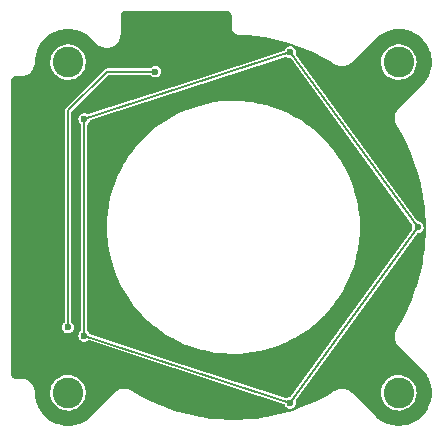
<source format=gbr>
%TF.GenerationSoftware,KiCad,Pcbnew,(6.0.7)*%
%TF.CreationDate,2022-10-21T23:46:11+08:00*%
%TF.ProjectId,pcb_middle,7063625f-6d69-4646-946c-652e6b696361,rev?*%
%TF.SameCoordinates,Original*%
%TF.FileFunction,Copper,L2,Bot*%
%TF.FilePolarity,Positive*%
%FSLAX46Y46*%
G04 Gerber Fmt 4.6, Leading zero omitted, Abs format (unit mm)*
G04 Created by KiCad (PCBNEW (6.0.7)) date 2022-10-21 23:46:11*
%MOMM*%
%LPD*%
G01*
G04 APERTURE LIST*
%TA.AperFunction,ComponentPad*%
%ADD10C,2.600000*%
%TD*%
%TA.AperFunction,ViaPad*%
%ADD11C,0.600000*%
%TD*%
%TA.AperFunction,Conductor*%
%ADD12C,0.130000*%
%TD*%
G04 APERTURE END LIST*
D10*
%TO.P,H1,1,1*%
%TO.N,GND*%
X14000000Y14000001D03*
%TD*%
%TO.P,H3,1,1*%
%TO.N,GND*%
X-14000000Y-14000001D03*
%TD*%
%TO.P,H4,1,1*%
%TO.N,GND*%
X-14000001Y14000000D03*
%TD*%
%TO.P,H2,1,1*%
%TO.N,GND*%
X14000001Y-14000000D03*
%TD*%
D11*
%TO.N,Net-(D1-Pad1)*%
X15600000Y0D03*
X-12620665Y9169450D03*
X-12620665Y-9169450D03*
X4820665Y14836482D03*
X4820665Y-14836482D03*
%TO.N,+5V*%
X-10816991Y7228609D03*
X-11200000Y-4150000D03*
X4502260Y-12206136D03*
X-17699998Y11999999D03*
X-17500000Y-12000000D03*
X3532182Y12521333D03*
X-11200000Y1650001D03*
X-15699999Y1400000D03*
X-8100000Y15100000D03*
X-15700000Y-4400000D03*
X-10217450Y-8053807D03*
X13000001Y510000D03*
%TO.N,/PUMP2_ON*%
X-14000000Y-8449998D03*
X-6599999Y13200000D03*
%TD*%
D12*
%TO.N,Net-(D1-Pad1)*%
X4820665Y14836482D02*
X15600000Y0D01*
X15600000Y0D02*
X4820665Y-14836482D01*
X4820665Y-14836482D02*
X-12620665Y-9169450D01*
X-12620665Y9169450D02*
X4820665Y14836482D01*
X-12620665Y-9169450D02*
X-12620665Y9169450D01*
%TO.N,/PUMP2_ON*%
X-10700001Y13200000D02*
X-6599999Y13200000D01*
X-14000000Y9900000D02*
X-10700001Y13200000D01*
X-14000000Y-8449998D02*
X-14000000Y9900000D01*
%TD*%
%TA.AperFunction,Conductor*%
%TO.N,+5V*%
G36*
X-465869Y18297910D02*
G01*
X-450362Y18294344D01*
X-443496Y18295898D01*
X-436460Y18295885D01*
X-436461Y18295157D01*
X-424954Y18295532D01*
X-367227Y18286388D01*
X-348634Y18280347D01*
X-282779Y18246792D01*
X-266960Y18235298D01*
X-214703Y18183041D01*
X-203210Y18167222D01*
X-169655Y18101369D01*
X-163611Y18082770D01*
X-154534Y18025456D01*
X-154919Y18014254D01*
X-154068Y18014253D01*
X-154080Y18007215D01*
X-155657Y18000357D01*
X-154104Y17993494D01*
X-154104Y17993493D01*
X-152042Y17984382D01*
X-150501Y17970588D01*
X-150500Y17021209D01*
X-152115Y17007095D01*
X-155655Y16991824D01*
X-155656Y16991106D01*
X-154872Y16987669D01*
X-154872Y16987668D01*
X-154464Y16985880D01*
X-153277Y16978838D01*
X-144623Y16900392D01*
X-137684Y16837485D01*
X-87653Y16691255D01*
X-6945Y16559451D01*
X100557Y16448412D01*
X103428Y16446524D01*
X103430Y16446522D01*
X163195Y16407213D01*
X229682Y16363482D01*
X374216Y16308746D01*
X513800Y16288758D01*
X521016Y16287286D01*
X523035Y16286748D01*
X523042Y16286747D01*
X526457Y16285838D01*
X526807Y16285826D01*
X526812Y16285825D01*
X526817Y16285826D01*
X527175Y16285814D01*
X540367Y16288377D01*
X555665Y16289432D01*
X1208031Y16254087D01*
X1234488Y16252654D01*
X1237201Y16252448D01*
X1940668Y16183526D01*
X1943370Y16183202D01*
X2643168Y16083730D01*
X2645852Y16083289D01*
X3340670Y15953453D01*
X3343333Y15952895D01*
X3754472Y15857380D01*
X4031851Y15792940D01*
X4034482Y15792267D01*
X4715338Y15602510D01*
X4717943Y15601723D01*
X5164200Y15456142D01*
X5373088Y15387997D01*
X5389941Y15382499D01*
X5392502Y15381601D01*
X6054309Y15133343D01*
X6056819Y15132339D01*
X6707204Y14855508D01*
X6709662Y14854399D01*
X7068711Y14682749D01*
X7347391Y14549521D01*
X7349820Y14548294D01*
X7973647Y14215964D01*
X7976020Y14214633D01*
X8181422Y14093450D01*
X8561156Y13869413D01*
X8573462Y13859905D01*
X8582651Y13850768D01*
X8583260Y13850389D01*
X8586607Y13849241D01*
X8587343Y13848891D01*
X8594229Y13845974D01*
X8702756Y13790705D01*
X8763426Y13759808D01*
X8765924Y13759026D01*
X8765928Y13759024D01*
X8892463Y13719396D01*
X8955778Y13699567D01*
X8996143Y13694044D01*
X9152884Y13672597D01*
X9152890Y13672597D01*
X9155482Y13672242D01*
X9240403Y13674922D01*
X9354330Y13678516D01*
X9354335Y13678517D01*
X9356946Y13678599D01*
X9359506Y13679115D01*
X9359511Y13679116D01*
X9484379Y13704306D01*
X9554531Y13718458D01*
X9742702Y13790705D01*
X9836148Y13845974D01*
X9913938Y13891983D01*
X9913940Y13891985D01*
X9916193Y13893317D01*
X9957385Y13928127D01*
X10060443Y14015220D01*
X10066818Y14019864D01*
X10067368Y14020300D01*
X10070375Y14022176D01*
X10070883Y14022683D01*
X10079475Y14036353D01*
X10079821Y14036787D01*
X12494806Y14036787D01*
X12497802Y13984832D01*
X12507790Y13811620D01*
X12509010Y13790456D01*
X12529368Y13700120D01*
X12545649Y13627878D01*
X12563255Y13549752D01*
X12564219Y13547377D01*
X12564220Y13547375D01*
X12605491Y13445737D01*
X12656084Y13321140D01*
X12657426Y13318950D01*
X12657427Y13318948D01*
X12674974Y13290314D01*
X12785006Y13110760D01*
X12786683Y13108824D01*
X12786686Y13108820D01*
X12937687Y12934500D01*
X12946557Y12924260D01*
X12948536Y12922617D01*
X13134422Y12768291D01*
X13134425Y12768289D01*
X13136399Y12766650D01*
X13138612Y12765357D01*
X13138616Y12765354D01*
X13306548Y12667223D01*
X13349433Y12642163D01*
X13351828Y12641248D01*
X13351831Y12641247D01*
X13504961Y12582773D01*
X13579939Y12554142D01*
X13582450Y12553631D01*
X13582454Y12553630D01*
X13819213Y12505460D01*
X13819216Y12505460D01*
X13821726Y12504949D01*
X13824286Y12504855D01*
X13824287Y12504855D01*
X14065730Y12496002D01*
X14065733Y12496002D01*
X14068300Y12495908D01*
X14097441Y12499641D01*
X14310492Y12526933D01*
X14310498Y12526934D01*
X14313041Y12527260D01*
X14400934Y12553629D01*
X14546922Y12597427D01*
X14546926Y12597429D01*
X14549374Y12598163D01*
X14551670Y12599288D01*
X14551673Y12599289D01*
X14690343Y12667223D01*
X14770954Y12706714D01*
X14895381Y12795467D01*
X14969742Y12848508D01*
X14969745Y12848510D01*
X14971829Y12849997D01*
X15146605Y13024164D01*
X15148908Y13027368D01*
X15264078Y13187646D01*
X15290588Y13224538D01*
X15323097Y13290314D01*
X15350605Y13345973D01*
X15399911Y13445737D01*
X15471639Y13681821D01*
X15503845Y13926451D01*
X15505643Y14000001D01*
X15485425Y14245912D01*
X15468378Y14313779D01*
X15425941Y14482731D01*
X15425940Y14482735D01*
X15425316Y14485218D01*
X15326928Y14711494D01*
X15192905Y14918662D01*
X15026846Y15101159D01*
X15024833Y15102749D01*
X15024832Y15102750D01*
X14835224Y15252493D01*
X14835220Y15252496D01*
X14833210Y15254083D01*
X14810605Y15266562D01*
X14619446Y15372087D01*
X14617198Y15373328D01*
X14384610Y15455692D01*
X14382087Y15456141D01*
X14382081Y15456143D01*
X14254661Y15478840D01*
X14141694Y15498962D01*
X14005852Y15500621D01*
X13897540Y15501945D01*
X13897535Y15501945D01*
X13894972Y15501976D01*
X13892437Y15501588D01*
X13892436Y15501588D01*
X13872321Y15498510D01*
X13651070Y15464654D01*
X13648630Y15463856D01*
X13648628Y15463856D01*
X13418984Y15388797D01*
X13418982Y15388796D01*
X13416540Y15387998D01*
X13414263Y15386813D01*
X13414259Y15386811D01*
X13199958Y15275253D01*
X13199952Y15275249D01*
X13197679Y15274066D01*
X13000364Y15125918D01*
X12998595Y15124066D01*
X12998593Y15124065D01*
X12984111Y15108910D01*
X12829896Y14947533D01*
X12828450Y14945413D01*
X12828449Y14945412D01*
X12692301Y14745827D01*
X12692300Y14745825D01*
X12690851Y14743701D01*
X12689768Y14741369D01*
X12689768Y14741368D01*
X12674806Y14709135D01*
X12586965Y14519897D01*
X12586278Y14517419D01*
X12528760Y14310016D01*
X12521026Y14282130D01*
X12520754Y14279586D01*
X12520753Y14279580D01*
X12495928Y14047288D01*
X12494806Y14036787D01*
X10079821Y14036787D01*
X10088197Y14047288D01*
X11999327Y15958418D01*
X12010355Y15967198D01*
X12017878Y15971908D01*
X12023847Y15975645D01*
X12029091Y15983956D01*
X12040397Y15997292D01*
X12260934Y16193553D01*
X12266636Y16198061D01*
X12399306Y16290957D01*
X12527344Y16380610D01*
X12533526Y16384424D01*
X12573794Y16406136D01*
X12716621Y16483148D01*
X12813684Y16535484D01*
X12820272Y16538555D01*
X13116050Y16656060D01*
X13122949Y16658346D01*
X13430374Y16740720D01*
X13437492Y16742190D01*
X13631447Y16770600D01*
X13752405Y16788318D01*
X13759638Y16788952D01*
X13910194Y16793333D01*
X14077790Y16798209D01*
X14085055Y16797997D01*
X14189653Y16788846D01*
X14402112Y16770258D01*
X14409293Y16769207D01*
X14599664Y16729898D01*
X14720999Y16704844D01*
X14728019Y16702963D01*
X15030139Y16602851D01*
X15036893Y16600167D01*
X15325342Y16465662D01*
X15331737Y16462215D01*
X15422654Y16406136D01*
X15602628Y16295126D01*
X15608582Y16290957D01*
X15858243Y16093551D01*
X15863672Y16088719D01*
X16088719Y15863672D01*
X16093551Y15858243D01*
X16290957Y15608582D01*
X16295126Y15602628D01*
X16379991Y15465042D01*
X16459231Y15336575D01*
X16462213Y15331740D01*
X16465662Y15325342D01*
X16600167Y15036893D01*
X16602851Y15030139D01*
X16702963Y14728019D01*
X16704844Y14720999D01*
X16763921Y14434895D01*
X16769206Y14409298D01*
X16770258Y14402112D01*
X16782680Y14260130D01*
X16797997Y14085055D01*
X16798209Y14077790D01*
X16795925Y13999282D01*
X16789829Y13789767D01*
X16788952Y13759642D01*
X16788318Y13752402D01*
X16742190Y13437492D01*
X16740720Y13430374D01*
X16658346Y13122949D01*
X16656060Y13116050D01*
X16538555Y12820272D01*
X16535484Y12813684D01*
X16473864Y12699402D01*
X16395540Y12554141D01*
X16384424Y12533526D01*
X16380610Y12527344D01*
X16345637Y12477397D01*
X16198061Y12266636D01*
X16193553Y12260934D01*
X15997595Y12040737D01*
X15984072Y12029312D01*
X15976153Y12024355D01*
X15967410Y12010498D01*
X15958750Y11999660D01*
X14047617Y10088526D01*
X14036496Y10079688D01*
X14026201Y10073268D01*
X14026198Y10073266D01*
X14023192Y10071391D01*
X14022684Y10070884D01*
X14020809Y10067900D01*
X14020268Y10067223D01*
X14015907Y10061259D01*
X13895009Y9918202D01*
X13895002Y9918193D01*
X13893315Y9916196D01*
X13891983Y9913943D01*
X13891981Y9913941D01*
X13829518Y9808332D01*
X13790702Y9742704D01*
X13789764Y9740261D01*
X13723443Y9567525D01*
X13718454Y9554532D01*
X13678594Y9356947D01*
X13672237Y9155481D01*
X13699563Y8955776D01*
X13700345Y8953279D01*
X13755217Y8778075D01*
X13759805Y8763424D01*
X13760993Y8761092D01*
X13760993Y8761091D01*
X13845512Y8595129D01*
X13848597Y8587812D01*
X13848884Y8587201D01*
X13850014Y8583870D01*
X13850200Y8583568D01*
X13850201Y8583566D01*
X13850203Y8583564D01*
X13850391Y8583259D01*
X13852879Y8580739D01*
X13852884Y8580733D01*
X13859640Y8573891D01*
X13869070Y8561611D01*
X14251944Y7909149D01*
X14253397Y7906529D01*
X14616765Y7212675D01*
X14618099Y7209972D01*
X14947581Y6499410D01*
X14948783Y6496645D01*
X15243619Y5771013D01*
X15244683Y5768201D01*
X15489253Y5071716D01*
X15504182Y5029200D01*
X15505108Y5026345D01*
X15715696Y4319247D01*
X15728668Y4275690D01*
X15729456Y4272793D01*
X15872576Y3691011D01*
X15916563Y3512203D01*
X15917212Y3509259D01*
X16067413Y2740575D01*
X16067920Y2737603D01*
X16180884Y1962534D01*
X16181245Y1959552D01*
X16191069Y1858049D01*
X16256697Y1179963D01*
X16256914Y1176968D01*
X16289561Y500768D01*
X16294685Y394637D01*
X16294758Y391623D01*
X16294758Y-391624D01*
X16294685Y-394638D01*
X16281240Y-673129D01*
X16256915Y-1176957D01*
X16256698Y-1179953D01*
X16183773Y-1933435D01*
X16181246Y-1959541D01*
X16180884Y-1962534D01*
X16067919Y-2737604D01*
X16067412Y-2740576D01*
X16014516Y-3011282D01*
X15931128Y-3438044D01*
X15917212Y-3509260D01*
X15916567Y-3512187D01*
X15853981Y-3766600D01*
X15729459Y-4272781D01*
X15728671Y-4275677D01*
X15535057Y-4925786D01*
X15505112Y-5026333D01*
X15504186Y-5029189D01*
X15244686Y-5768194D01*
X15243622Y-5771007D01*
X15107750Y-6105406D01*
X14948783Y-6496645D01*
X14947581Y-6499410D01*
X14618099Y-7209972D01*
X14616765Y-7212675D01*
X14253396Y-7906530D01*
X14251943Y-7909150D01*
X13925923Y-8464727D01*
X13869303Y-8561214D01*
X13859719Y-8573650D01*
X13853265Y-8580140D01*
X13853262Y-8580144D01*
X13850766Y-8582654D01*
X13850387Y-8583264D01*
X13849242Y-8586602D01*
X13848858Y-8587411D01*
X13845993Y-8594171D01*
X13759802Y-8763426D01*
X13699563Y-8955778D01*
X13672241Y-9155482D01*
X13678598Y-9356946D01*
X13718459Y-9554530D01*
X13719398Y-9556975D01*
X13719398Y-9556976D01*
X13769136Y-9686521D01*
X13790706Y-9742701D01*
X13792038Y-9744953D01*
X13882333Y-9897620D01*
X13893317Y-9916192D01*
X13895009Y-9918194D01*
X13895011Y-9918197D01*
X14015216Y-10060439D01*
X14019859Y-10066811D01*
X14020299Y-10067365D01*
X14022175Y-10070374D01*
X14022682Y-10070882D01*
X14025661Y-10072754D01*
X14025663Y-10072756D01*
X14036354Y-10079476D01*
X14047289Y-10088198D01*
X15958418Y-11999327D01*
X15967198Y-12010355D01*
X15975645Y-12023847D01*
X15983956Y-12029091D01*
X15997292Y-12040397D01*
X16193553Y-12260934D01*
X16198061Y-12266636D01*
X16379290Y-12525458D01*
X16380608Y-12527341D01*
X16384423Y-12533524D01*
X16410978Y-12582773D01*
X16535484Y-12813684D01*
X16538555Y-12820272D01*
X16656060Y-13116050D01*
X16658346Y-13122949D01*
X16740720Y-13430374D01*
X16742190Y-13437492D01*
X16744839Y-13455574D01*
X16783634Y-13720422D01*
X16788318Y-13752402D01*
X16788952Y-13759638D01*
X16792803Y-13891982D01*
X16798209Y-14077790D01*
X16797997Y-14085055D01*
X16787808Y-14201517D01*
X16776030Y-14336148D01*
X16770259Y-14402106D01*
X16769207Y-14409293D01*
X16731703Y-14590921D01*
X16704844Y-14720999D01*
X16702963Y-14728019D01*
X16602851Y-15030139D01*
X16600167Y-15036893D01*
X16465662Y-15325342D01*
X16462215Y-15331737D01*
X16458919Y-15337080D01*
X16295126Y-15602628D01*
X16290957Y-15608582D01*
X16093551Y-15858243D01*
X16088719Y-15863672D01*
X15863672Y-16088719D01*
X15858243Y-16093551D01*
X15608582Y-16290957D01*
X15602628Y-16295126D01*
X15331740Y-16462213D01*
X15325342Y-16465662D01*
X15036893Y-16600167D01*
X15030139Y-16602851D01*
X14728019Y-16702963D01*
X14720999Y-16704844D01*
X14720452Y-16704957D01*
X14409293Y-16769207D01*
X14402112Y-16770258D01*
X14219047Y-16786274D01*
X14085055Y-16797997D01*
X14077790Y-16798209D01*
X13910194Y-16793333D01*
X13759638Y-16788952D01*
X13752405Y-16788318D01*
X13621927Y-16769206D01*
X13437492Y-16742190D01*
X13430374Y-16740720D01*
X13122949Y-16658346D01*
X13116050Y-16656060D01*
X12820272Y-16538555D01*
X12813684Y-16535484D01*
X12673605Y-16459954D01*
X12533524Y-16384423D01*
X12527341Y-16380608D01*
X12402531Y-16293215D01*
X12350690Y-16256916D01*
X12266636Y-16198061D01*
X12260934Y-16193553D01*
X12118015Y-16066366D01*
X12040736Y-15997594D01*
X12029312Y-15984071D01*
X12028091Y-15982121D01*
X12024355Y-15976153D01*
X12010498Y-15967410D01*
X11999660Y-15958750D01*
X10088526Y-14047617D01*
X10079688Y-14036497D01*
X10073266Y-14026199D01*
X10073264Y-14026197D01*
X10071389Y-14023190D01*
X10070882Y-14022682D01*
X10067905Y-14020811D01*
X10067200Y-14020248D01*
X10061272Y-14015914D01*
X10047365Y-14004161D01*
X9998911Y-13963214D01*
X12494807Y-13963214D01*
X12499655Y-14047291D01*
X12508527Y-14201146D01*
X12509011Y-14209545D01*
X12509575Y-14212047D01*
X12559908Y-14435391D01*
X12563256Y-14450249D01*
X12564220Y-14452624D01*
X12564221Y-14452626D01*
X12604495Y-14551808D01*
X12656085Y-14678861D01*
X12657427Y-14681051D01*
X12657428Y-14681053D01*
X12665708Y-14694564D01*
X12785007Y-14889241D01*
X12786684Y-14891177D01*
X12786687Y-14891181D01*
X12872473Y-14990215D01*
X12946558Y-15075741D01*
X12948537Y-15077384D01*
X13134423Y-15231710D01*
X13134426Y-15231712D01*
X13136400Y-15233351D01*
X13138613Y-15234644D01*
X13138617Y-15234647D01*
X13347216Y-15356542D01*
X13349434Y-15357838D01*
X13351829Y-15358753D01*
X13351832Y-15358754D01*
X13538026Y-15429854D01*
X13579940Y-15445859D01*
X13582451Y-15446370D01*
X13582455Y-15446371D01*
X13819214Y-15494541D01*
X13819217Y-15494541D01*
X13821727Y-15495052D01*
X13824287Y-15495146D01*
X13824288Y-15495146D01*
X14065731Y-15503999D01*
X14065734Y-15503999D01*
X14068301Y-15504093D01*
X14070854Y-15503766D01*
X14310493Y-15473068D01*
X14310499Y-15473067D01*
X14313042Y-15472741D01*
X14400935Y-15446372D01*
X14546923Y-15402574D01*
X14546927Y-15402572D01*
X14549375Y-15401838D01*
X14551671Y-15400713D01*
X14551674Y-15400712D01*
X14698784Y-15328643D01*
X14770955Y-15293287D01*
X14887684Y-15210025D01*
X14969743Y-15151493D01*
X14969746Y-15151491D01*
X14971830Y-15150004D01*
X15146606Y-14975837D01*
X15164277Y-14951246D01*
X15248458Y-14834095D01*
X15290589Y-14775463D01*
X15337137Y-14681281D01*
X15353182Y-14648816D01*
X15399912Y-14554264D01*
X15471640Y-14318180D01*
X15474087Y-14299597D01*
X15495150Y-14139600D01*
X15503846Y-14073550D01*
X15505644Y-14000000D01*
X15485426Y-13754089D01*
X15466594Y-13679114D01*
X15425942Y-13517270D01*
X15425941Y-13517266D01*
X15425317Y-13514783D01*
X15326929Y-13288507D01*
X15192906Y-13081339D01*
X15026847Y-12898842D01*
X15024834Y-12897252D01*
X15024833Y-12897251D01*
X14835225Y-12747508D01*
X14835221Y-12747505D01*
X14833211Y-12745918D01*
X14813979Y-12735301D01*
X14619447Y-12627914D01*
X14617199Y-12626673D01*
X14384611Y-12544309D01*
X14382088Y-12543860D01*
X14382082Y-12543858D01*
X14254662Y-12521161D01*
X14141695Y-12501039D01*
X14005853Y-12499380D01*
X13897541Y-12498056D01*
X13897536Y-12498056D01*
X13894973Y-12498025D01*
X13892438Y-12498413D01*
X13892437Y-12498413D01*
X13872322Y-12501491D01*
X13651071Y-12535347D01*
X13648631Y-12536145D01*
X13648629Y-12536145D01*
X13418985Y-12611204D01*
X13418983Y-12611205D01*
X13416541Y-12612003D01*
X13414264Y-12613188D01*
X13414260Y-12613190D01*
X13199959Y-12724748D01*
X13199953Y-12724752D01*
X13197680Y-12725935D01*
X13000365Y-12874083D01*
X12829897Y-13052468D01*
X12828451Y-13054588D01*
X12828450Y-13054589D01*
X12692302Y-13254174D01*
X12692301Y-13254176D01*
X12690852Y-13256300D01*
X12689769Y-13258632D01*
X12689769Y-13258633D01*
X12674807Y-13290866D01*
X12586966Y-13480104D01*
X12586279Y-13482582D01*
X12526104Y-13699565D01*
X12521027Y-13717871D01*
X12520755Y-13720415D01*
X12520754Y-13720421D01*
X12495079Y-13960666D01*
X12494807Y-13963214D01*
X9998911Y-13963214D01*
X9939734Y-13913205D01*
X9918199Y-13895006D01*
X9918195Y-13895003D01*
X9916195Y-13893313D01*
X9742703Y-13790702D01*
X9652339Y-13756008D01*
X9556977Y-13719395D01*
X9556976Y-13719395D01*
X9554531Y-13718456D01*
X9356946Y-13678596D01*
X9155482Y-13672240D01*
X9152890Y-13672595D01*
X9152884Y-13672595D01*
X9024545Y-13690156D01*
X8955778Y-13699565D01*
X8953281Y-13700347D01*
X8765927Y-13759022D01*
X8765923Y-13759024D01*
X8763425Y-13759806D01*
X8761093Y-13760993D01*
X8761087Y-13760996D01*
X8595133Y-13845509D01*
X8587900Y-13848559D01*
X8587246Y-13848868D01*
X8583872Y-13850012D01*
X8583567Y-13850201D01*
X8583566Y-13850201D01*
X8583565Y-13850202D01*
X8583261Y-13850390D01*
X8580754Y-13852866D01*
X8580752Y-13852867D01*
X8573895Y-13859637D01*
X8561615Y-13869067D01*
X7909149Y-14251943D01*
X7906547Y-14253387D01*
X7559010Y-14435391D01*
X7212676Y-14616765D01*
X7209972Y-14618099D01*
X6499410Y-14947581D01*
X6496645Y-14948783D01*
X6180141Y-15077384D01*
X5793097Y-15234647D01*
X5771013Y-15243620D01*
X5768201Y-15244684D01*
X5029188Y-15504187D01*
X5026345Y-15505109D01*
X4275677Y-15728671D01*
X4272793Y-15729456D01*
X3512186Y-15916567D01*
X3509276Y-15917208D01*
X3166844Y-15984120D01*
X2740575Y-16067413D01*
X2737603Y-16067920D01*
X2258186Y-16137794D01*
X1962523Y-16180885D01*
X1959552Y-16181245D01*
X1179952Y-16256699D01*
X1176968Y-16256915D01*
X425086Y-16293215D01*
X394638Y-16294685D01*
X391624Y-16294758D01*
X-391624Y-16294758D01*
X-394638Y-16294685D01*
X-396721Y-16294584D01*
X-1176969Y-16256914D01*
X-1179953Y-16256698D01*
X-1959552Y-16181245D01*
X-1962523Y-16180885D01*
X-2258677Y-16137722D01*
X-2737603Y-16067919D01*
X-2740575Y-16067412D01*
X-3128891Y-15991535D01*
X-3509276Y-15917207D01*
X-3512186Y-15916566D01*
X-4272793Y-15729455D01*
X-4275686Y-15728668D01*
X-5026345Y-15505108D01*
X-5029188Y-15504186D01*
X-5768201Y-15244683D01*
X-5771013Y-15243619D01*
X-5793091Y-15234648D01*
X-6184180Y-15075742D01*
X-6496645Y-14948782D01*
X-6499410Y-14947580D01*
X-7209972Y-14618098D01*
X-7212676Y-14616764D01*
X-7526098Y-14452626D01*
X-7906547Y-14253386D01*
X-7909149Y-14251942D01*
X-8561218Y-13869299D01*
X-8573654Y-13859715D01*
X-8580144Y-13853261D01*
X-8580148Y-13853258D01*
X-8582652Y-13850768D01*
X-8582954Y-13850580D01*
X-8582956Y-13850578D01*
X-8582959Y-13850577D01*
X-8583261Y-13850389D01*
X-8588797Y-13848490D01*
X-8589555Y-13847953D01*
X-8594188Y-13845990D01*
X-8763425Y-13759805D01*
X-8955778Y-13699564D01*
X-8958375Y-13699209D01*
X-8958378Y-13699208D01*
X-9022225Y-13690472D01*
X-9155482Y-13672240D01*
X-9356946Y-13678597D01*
X-9554531Y-13718457D01*
X-9556974Y-13719395D01*
X-9556977Y-13719396D01*
X-9559649Y-13720422D01*
X-9742703Y-13790705D01*
X-9744956Y-13792037D01*
X-9744955Y-13792037D01*
X-9875196Y-13869068D01*
X-9916194Y-13893316D01*
X-9918190Y-13895003D01*
X-9918193Y-13895005D01*
X-10001932Y-13965773D01*
X-10041583Y-13999282D01*
X-10060444Y-14015221D01*
X-10066806Y-14019855D01*
X-10067366Y-14020299D01*
X-10070375Y-14022176D01*
X-10070883Y-14022683D01*
X-10072758Y-14025665D01*
X-10072758Y-14025666D01*
X-10079477Y-14036356D01*
X-10088199Y-14047291D01*
X-11999330Y-15958420D01*
X-12010352Y-15967196D01*
X-12023847Y-15975645D01*
X-12027604Y-15981600D01*
X-12027605Y-15981601D01*
X-12029194Y-15984120D01*
X-12040406Y-15997374D01*
X-12251925Y-16186399D01*
X-12257405Y-16190769D01*
X-12507722Y-16368378D01*
X-12513657Y-16372106D01*
X-12782269Y-16520563D01*
X-12788584Y-16523604D01*
X-13072144Y-16641059D01*
X-13078753Y-16643372D01*
X-13194547Y-16676731D01*
X-13373677Y-16728338D01*
X-13380510Y-16729898D01*
X-13527831Y-16754929D01*
X-13683100Y-16781310D01*
X-13690052Y-16782093D01*
X-13874949Y-16792477D01*
X-13996496Y-16799303D01*
X-14003504Y-16799303D01*
X-14125125Y-16792473D01*
X-14309949Y-16782093D01*
X-14316901Y-16781310D01*
X-14472170Y-16754929D01*
X-14619491Y-16729898D01*
X-14626324Y-16728338D01*
X-14804677Y-16676956D01*
X-14921247Y-16643373D01*
X-14927854Y-16641061D01*
X-15211417Y-16523605D01*
X-15217732Y-16520564D01*
X-15486350Y-16372104D01*
X-15492273Y-16368384D01*
X-15742606Y-16190762D01*
X-15748071Y-16186404D01*
X-15748076Y-16186399D01*
X-15976931Y-15981882D01*
X-15981884Y-15976929D01*
X-15993717Y-15963687D01*
X-16105626Y-15838461D01*
X-16186399Y-15748076D01*
X-16190769Y-15742596D01*
X-16368378Y-15492279D01*
X-16372106Y-15486344D01*
X-16520563Y-15217732D01*
X-16523604Y-15211418D01*
X-16549042Y-15150005D01*
X-16641060Y-14927854D01*
X-16643373Y-14921243D01*
X-16652033Y-14891181D01*
X-16677042Y-14804373D01*
X-16728337Y-14626323D01*
X-16729897Y-14619490D01*
X-16771454Y-14374910D01*
X-16781310Y-14316901D01*
X-16782094Y-14309943D01*
X-16782662Y-14299816D01*
X-16794251Y-14093448D01*
X-16797960Y-14027396D01*
X-16796445Y-14009782D01*
X-16794344Y-14000718D01*
X-16794343Y-14000000D01*
X-16795533Y-13994784D01*
X-16796906Y-13985786D01*
X-16798682Y-13963215D01*
X-15505194Y-13963215D01*
X-15498928Y-14071874D01*
X-15491474Y-14201146D01*
X-15490990Y-14209546D01*
X-15490294Y-14212634D01*
X-15446776Y-14405737D01*
X-15436745Y-14450250D01*
X-15343916Y-14678862D01*
X-15342574Y-14681052D01*
X-15342573Y-14681054D01*
X-15318094Y-14720999D01*
X-15214994Y-14889242D01*
X-15213317Y-14891178D01*
X-15213314Y-14891182D01*
X-15087095Y-15036893D01*
X-15053443Y-15075742D01*
X-15051465Y-15077384D01*
X-15051464Y-15077385D01*
X-14873026Y-15225527D01*
X-14863601Y-15233352D01*
X-14861388Y-15234645D01*
X-14861384Y-15234648D01*
X-14684086Y-15338252D01*
X-14650567Y-15357839D01*
X-14648172Y-15358754D01*
X-14648169Y-15358755D01*
X-14533417Y-15402574D01*
X-14420061Y-15445860D01*
X-14417550Y-15446371D01*
X-14417546Y-15446372D01*
X-14180787Y-15494542D01*
X-14180784Y-15494542D01*
X-14178274Y-15495053D01*
X-14175714Y-15495147D01*
X-14175713Y-15495147D01*
X-13934270Y-15504000D01*
X-13934267Y-15504000D01*
X-13931700Y-15504094D01*
X-13929147Y-15503767D01*
X-13689508Y-15473069D01*
X-13689502Y-15473068D01*
X-13686959Y-15472742D01*
X-13684496Y-15472003D01*
X-13453078Y-15402575D01*
X-13453074Y-15402573D01*
X-13450626Y-15401839D01*
X-13448330Y-15400714D01*
X-13448327Y-15400713D01*
X-13320829Y-15338252D01*
X-13229046Y-15293288D01*
X-13028171Y-15150005D01*
X-12853395Y-14975838D01*
X-12835724Y-14951247D01*
X-12710912Y-14777551D01*
X-12710911Y-14777550D01*
X-12709412Y-14775464D01*
X-12600089Y-14554265D01*
X-12528361Y-14318181D01*
X-12496155Y-14073551D01*
X-12494357Y-14000001D01*
X-12514575Y-13754090D01*
X-12529657Y-13694045D01*
X-12574059Y-13517271D01*
X-12574060Y-13517267D01*
X-12574684Y-13514784D01*
X-12673072Y-13288508D01*
X-12807095Y-13081340D01*
X-12883179Y-12997725D01*
X-12971425Y-12900743D01*
X-12971426Y-12900742D01*
X-12973154Y-12898843D01*
X-12975165Y-12897255D01*
X-12975168Y-12897252D01*
X-13164776Y-12747509D01*
X-13164780Y-12747506D01*
X-13166790Y-12745919D01*
X-13280691Y-12683042D01*
X-13380554Y-12627915D01*
X-13380556Y-12627914D01*
X-13382802Y-12626674D01*
X-13615390Y-12544310D01*
X-13617913Y-12543861D01*
X-13617919Y-12543859D01*
X-13745339Y-12521162D01*
X-13858306Y-12501040D01*
X-13994148Y-12499381D01*
X-14102460Y-12498057D01*
X-14102465Y-12498057D01*
X-14105028Y-12498026D01*
X-14107563Y-12498414D01*
X-14107564Y-12498414D01*
X-14124516Y-12501008D01*
X-14348930Y-12535348D01*
X-14351368Y-12536145D01*
X-14351372Y-12536146D01*
X-14581016Y-12611205D01*
X-14581018Y-12611206D01*
X-14583460Y-12612004D01*
X-14585737Y-12613189D01*
X-14585741Y-12613191D01*
X-14800042Y-12724749D01*
X-14800048Y-12724753D01*
X-14802321Y-12725936D01*
X-14999636Y-12874084D01*
X-15170104Y-13052469D01*
X-15171550Y-13054589D01*
X-15171551Y-13054590D01*
X-15281563Y-13215862D01*
X-15309149Y-13256301D01*
X-15310232Y-13258633D01*
X-15310232Y-13258634D01*
X-15325804Y-13292182D01*
X-15413035Y-13480105D01*
X-15413722Y-13482582D01*
X-15413722Y-13482583D01*
X-15478288Y-13715400D01*
X-15478974Y-13717872D01*
X-15479246Y-13720416D01*
X-15479247Y-13720422D01*
X-15504922Y-13960666D01*
X-15505194Y-13963215D01*
X-16798682Y-13963215D01*
X-16802618Y-13913205D01*
X-16810613Y-13811620D01*
X-16854726Y-13627878D01*
X-16879819Y-13567298D01*
X-16926096Y-13455574D01*
X-16926100Y-13455567D01*
X-16927039Y-13453299D01*
X-16936725Y-13437492D01*
X-17024487Y-13294279D01*
X-17025772Y-13292182D01*
X-17148493Y-13148493D01*
X-17292182Y-13025772D01*
X-17453299Y-12927039D01*
X-17455567Y-12926100D01*
X-17455574Y-12926096D01*
X-17625604Y-12855668D01*
X-17625603Y-12855668D01*
X-17627878Y-12854726D01*
X-17811620Y-12810614D01*
X-17877703Y-12805413D01*
X-17984832Y-12796981D01*
X-17994035Y-12795561D01*
X-17995833Y-12795144D01*
X-17995836Y-12795144D01*
X-17999282Y-12794345D01*
X-18000000Y-12794344D01*
X-18015742Y-12797935D01*
X-18029642Y-12799500D01*
X-18470127Y-12799500D01*
X-18484133Y-12797910D01*
X-18486436Y-12797381D01*
X-18499641Y-12794344D01*
X-18506507Y-12795898D01*
X-18513543Y-12795885D01*
X-18513542Y-12795156D01*
X-18525049Y-12795532D01*
X-18582776Y-12786389D01*
X-18601368Y-12780348D01*
X-18667221Y-12746794D01*
X-18683040Y-12735301D01*
X-18735300Y-12683042D01*
X-18746794Y-12667222D01*
X-18748908Y-12663074D01*
X-18780348Y-12601369D01*
X-18786390Y-12582773D01*
X-18795467Y-12525458D01*
X-18795082Y-12514256D01*
X-18795933Y-12514255D01*
X-18795921Y-12507217D01*
X-18794344Y-12500359D01*
X-18797959Y-12484383D01*
X-18799500Y-12470589D01*
X-18799500Y-9163273D01*
X-13126274Y-9163273D01*
X-13107685Y-9305429D01*
X-13105892Y-9309504D01*
X-13066658Y-9398669D01*
X-13049945Y-9436653D01*
X-13047081Y-9440060D01*
X-12960558Y-9542993D01*
X-12960555Y-9542996D01*
X-12957695Y-9546398D01*
X-12838352Y-9625840D01*
X-12834101Y-9627168D01*
X-12705760Y-9667264D01*
X-12705757Y-9667264D01*
X-12701508Y-9668592D01*
X-12697056Y-9668674D01*
X-12697054Y-9668674D01*
X-12626023Y-9669976D01*
X-12558166Y-9671220D01*
X-12419848Y-9633510D01*
X-12416060Y-9631184D01*
X-12416055Y-9631182D01*
X-12316998Y-9570361D01*
X-12269759Y-9562837D01*
X-12264982Y-9564182D01*
X2164791Y-14252699D01*
X3780120Y-14777551D01*
X4299294Y-14946241D01*
X4337187Y-14980510D01*
X4379813Y-15077385D01*
X4391385Y-15103685D01*
X4394249Y-15107092D01*
X4480772Y-15210025D01*
X4480775Y-15210028D01*
X4483635Y-15213430D01*
X4602978Y-15292872D01*
X4607229Y-15294200D01*
X4735570Y-15334296D01*
X4735573Y-15334296D01*
X4739822Y-15335624D01*
X4744274Y-15335706D01*
X4744276Y-15335706D01*
X4815307Y-15337008D01*
X4883164Y-15338252D01*
X5021482Y-15300542D01*
X5143656Y-15225527D01*
X5239865Y-15119236D01*
X5302375Y-14990215D01*
X5304490Y-14977647D01*
X5313979Y-14921243D01*
X5326161Y-14848836D01*
X5326312Y-14836482D01*
X5305988Y-14694564D01*
X5300259Y-14681963D01*
X5298631Y-14634157D01*
X5306590Y-14619359D01*
X10112439Y-8004675D01*
X15545776Y-526330D01*
X15586562Y-501336D01*
X15597484Y-500578D01*
X15662499Y-501770D01*
X15800817Y-464060D01*
X15913882Y-394638D01*
X15919198Y-391374D01*
X15922991Y-389045D01*
X16019200Y-282754D01*
X16081710Y-153733D01*
X16084012Y-140054D01*
X16105096Y-14729D01*
X16105496Y-12354D01*
X16105647Y0D01*
X16085323Y141918D01*
X16025984Y272428D01*
X15932400Y381037D01*
X15812095Y459015D01*
X15674739Y500093D01*
X15635004Y500336D01*
X15595953Y500575D01*
X15551871Y519151D01*
X15545771Y526337D01*
X5307644Y14617908D01*
X5296477Y14664422D01*
X5299589Y14674339D01*
X5299080Y14674501D01*
X5300433Y14678742D01*
X5302375Y14682749D01*
X5306815Y14709136D01*
X5325761Y14821753D01*
X5326161Y14824128D01*
X5326312Y14836482D01*
X5305988Y14978400D01*
X5246649Y15108910D01*
X5153065Y15217519D01*
X5032760Y15295497D01*
X5020121Y15299277D01*
X4941906Y15322668D01*
X4895404Y15336575D01*
X4823722Y15337013D01*
X4756494Y15337424D01*
X4756493Y15337424D01*
X4752041Y15337451D01*
X4614194Y15298054D01*
X4492945Y15221552D01*
X4490002Y15218220D01*
X4490000Y15218218D01*
X4406848Y15124065D01*
X4398042Y15114094D01*
X4337112Y14984319D01*
X4336571Y14984573D01*
X4308178Y14950127D01*
X4298148Y14945869D01*
X-3251683Y12492780D01*
X-12266243Y9563772D01*
X-12313931Y9567525D01*
X-12319551Y9570766D01*
X-12404835Y9626044D01*
X-12404834Y9626044D01*
X-12408570Y9628465D01*
X-12421209Y9632245D01*
X-12495502Y9654463D01*
X-12545926Y9669543D01*
X-12617607Y9669981D01*
X-12684836Y9670392D01*
X-12684837Y9670392D01*
X-12689289Y9670419D01*
X-12827136Y9631022D01*
X-12948385Y9554520D01*
X-12951328Y9551188D01*
X-12951330Y9551186D01*
X-12968691Y9531528D01*
X-13043288Y9447062D01*
X-13104218Y9317287D01*
X-13126274Y9175627D01*
X-13107685Y9033471D01*
X-13105892Y9029396D01*
X-13064014Y8934222D01*
X-13049945Y8902247D01*
X-13047081Y8898840D01*
X-12960558Y8795907D01*
X-12960555Y8795904D01*
X-12957695Y8792502D01*
X-12918572Y8766459D01*
X-12914032Y8763437D01*
X-12887387Y8723710D01*
X-12886165Y8711410D01*
X-12886165Y-8710656D01*
X-12904471Y-8754850D01*
X-12915312Y-8763513D01*
X-12928924Y-8772101D01*
X-12944623Y-8782006D01*
X-12944625Y-8782007D01*
X-12948385Y-8784380D01*
X-12951328Y-8787712D01*
X-12951330Y-8787714D01*
X-13040341Y-8888501D01*
X-13043288Y-8891838D01*
X-13104218Y-9021613D01*
X-13126274Y-9163273D01*
X-18799500Y-9163273D01*
X-18799500Y-8443821D01*
X-14505609Y-8443821D01*
X-14505032Y-8448234D01*
X-14505032Y-8448236D01*
X-14497769Y-8503778D01*
X-14487020Y-8585977D01*
X-14485227Y-8590052D01*
X-14431973Y-8711080D01*
X-14429280Y-8717201D01*
X-14421242Y-8726763D01*
X-14339893Y-8823541D01*
X-14339890Y-8823544D01*
X-14337030Y-8826946D01*
X-14217687Y-8906388D01*
X-14213436Y-8907716D01*
X-14085095Y-8947812D01*
X-14085092Y-8947812D01*
X-14080843Y-8949140D01*
X-14076391Y-8949222D01*
X-14076389Y-8949222D01*
X-14005358Y-8950524D01*
X-13937501Y-8951768D01*
X-13799183Y-8914058D01*
X-13677009Y-8839043D01*
X-13580800Y-8732752D01*
X-13518290Y-8603731D01*
X-13516681Y-8594171D01*
X-13494904Y-8464727D01*
X-13494504Y-8462352D01*
X-13494353Y-8449998D01*
X-13514677Y-8308080D01*
X-13574016Y-8177570D01*
X-13667600Y-8068961D01*
X-13673822Y-8064928D01*
X-13705995Y-8044074D01*
X-13733123Y-8004675D01*
X-13734500Y-7991628D01*
X-13734500Y9764138D01*
X-13716194Y9808332D01*
X-10608333Y12916194D01*
X-10564139Y12934500D01*
X-7059822Y12934500D01*
X-7015628Y12916194D01*
X-7011979Y12912216D01*
X-6939892Y12826457D01*
X-6939889Y12826454D01*
X-6937029Y12823052D01*
X-6817686Y12743610D01*
X-6813435Y12742282D01*
X-6685094Y12702186D01*
X-6685091Y12702186D01*
X-6680842Y12700858D01*
X-6676390Y12700776D01*
X-6676388Y12700776D01*
X-6605357Y12699474D01*
X-6537500Y12698230D01*
X-6399182Y12735940D01*
X-6277008Y12810955D01*
X-6180799Y12917246D01*
X-6118289Y13046267D01*
X-6094503Y13187646D01*
X-6094352Y13200000D01*
X-6114676Y13341918D01*
X-6174015Y13472428D01*
X-6267599Y13581037D01*
X-6387904Y13659015D01*
X-6400543Y13662795D01*
X-6453389Y13678599D01*
X-6525260Y13700093D01*
X-6596942Y13700531D01*
X-6664170Y13700942D01*
X-6664171Y13700942D01*
X-6668623Y13700969D01*
X-6806470Y13661572D01*
X-6927719Y13585070D01*
X-6930662Y13581738D01*
X-6930664Y13581736D01*
X-7014660Y13486627D01*
X-7061506Y13465500D01*
X-10667694Y13465500D01*
X-10679888Y13466701D01*
X-10688308Y13468376D01*
X-10700001Y13470702D01*
X-10790875Y13452625D01*
X-10803594Y13450095D01*
X-10891416Y13391415D01*
X-10894835Y13386298D01*
X-10902809Y13374364D01*
X-10910582Y13364893D01*
X-14164893Y10110581D01*
X-14174364Y10102808D01*
X-14191415Y10091415D01*
X-14228760Y10035524D01*
X-14250095Y10003593D01*
X-14251295Y9997560D01*
X-14251296Y9997558D01*
X-14261044Y9948553D01*
X-14270702Y9900000D01*
X-14269501Y9893963D01*
X-14266701Y9879887D01*
X-14265500Y9867693D01*
X-14265500Y-7991204D01*
X-14283806Y-8035398D01*
X-14294649Y-8044062D01*
X-14323958Y-8062554D01*
X-14323960Y-8062555D01*
X-14327720Y-8064928D01*
X-14330663Y-8068260D01*
X-14330665Y-8068262D01*
X-14388648Y-8133916D01*
X-14422623Y-8172386D01*
X-14483553Y-8302161D01*
X-14505609Y-8443821D01*
X-18799500Y-8443821D01*
X-18799500Y12470127D01*
X-18797910Y12484133D01*
X-18795922Y12492780D01*
X-18794344Y12499641D01*
X-18795898Y12506507D01*
X-18795885Y12513543D01*
X-18795156Y12513542D01*
X-18795532Y12525049D01*
X-18794189Y12533526D01*
X-18786389Y12582776D01*
X-18780348Y12601368D01*
X-18746793Y12667223D01*
X-18735299Y12683042D01*
X-18683042Y12735299D01*
X-18667223Y12746793D01*
X-18665160Y12747844D01*
X-18601368Y12780348D01*
X-18582774Y12786389D01*
X-18559346Y12790100D01*
X-18525458Y12795467D01*
X-18514256Y12795082D01*
X-18514255Y12795933D01*
X-18507217Y12795921D01*
X-18500359Y12794344D01*
X-18493496Y12795897D01*
X-18493495Y12795897D01*
X-18484384Y12797959D01*
X-18470590Y12799500D01*
X-18252936Y12799500D01*
X-18030108Y12799499D01*
X-18015995Y12797885D01*
X-18000718Y12794344D01*
X-18000000Y12794343D01*
X-17994784Y12795533D01*
X-17985786Y12796906D01*
X-17952826Y12799500D01*
X-17811620Y12810613D01*
X-17627878Y12854726D01*
X-17607685Y12863090D01*
X-17455574Y12926096D01*
X-17455567Y12926100D01*
X-17453299Y12927039D01*
X-17443902Y12932797D01*
X-17294279Y13024487D01*
X-17292182Y13025772D01*
X-17148493Y13148493D01*
X-17025772Y13292182D01*
X-16978546Y13369247D01*
X-16928325Y13451200D01*
X-16928324Y13451203D01*
X-16927039Y13453299D01*
X-16926100Y13455567D01*
X-16926096Y13455574D01*
X-16855668Y13625604D01*
X-16854726Y13627878D01*
X-16810614Y13811620D01*
X-16796981Y13984832D01*
X-16795561Y13994035D01*
X-16795144Y13995833D01*
X-16795144Y13995836D01*
X-16794345Y13999282D01*
X-16794344Y14000000D01*
X-16796520Y14009542D01*
X-16797987Y14026941D01*
X-16797577Y14034227D01*
X-16797433Y14036786D01*
X-15505195Y14036786D01*
X-15498929Y13928127D01*
X-15492073Y13809226D01*
X-15490991Y13790455D01*
X-15470429Y13699213D01*
X-15440700Y13567298D01*
X-15436746Y13549751D01*
X-15435782Y13547376D01*
X-15435781Y13547374D01*
X-15398505Y13455574D01*
X-15343917Y13321139D01*
X-15342575Y13318949D01*
X-15342574Y13318948D01*
X-15214995Y13110759D01*
X-15213318Y13108823D01*
X-15213315Y13108819D01*
X-15117081Y12997724D01*
X-15053444Y12924259D01*
X-15051466Y12922617D01*
X-15051465Y12922616D01*
X-14880101Y12780347D01*
X-14863602Y12766649D01*
X-14861389Y12765356D01*
X-14861385Y12765353D01*
X-14746517Y12698230D01*
X-14650568Y12642162D01*
X-14648173Y12641247D01*
X-14648170Y12641246D01*
X-14477023Y12575892D01*
X-14420062Y12554141D01*
X-14417551Y12553630D01*
X-14417547Y12553629D01*
X-14180788Y12505459D01*
X-14180785Y12505459D01*
X-14178275Y12504948D01*
X-14175715Y12504854D01*
X-14175714Y12504854D01*
X-13934271Y12496001D01*
X-13934268Y12496001D01*
X-13931701Y12495907D01*
X-13929148Y12496234D01*
X-13689509Y12526932D01*
X-13689503Y12526933D01*
X-13686960Y12527259D01*
X-13666071Y12533526D01*
X-13453079Y12597426D01*
X-13453075Y12597428D01*
X-13450627Y12598162D01*
X-13448331Y12599287D01*
X-13448328Y12599288D01*
X-13309656Y12667223D01*
X-13229047Y12706713D01*
X-13105158Y12795082D01*
X-13030259Y12848507D01*
X-13030256Y12848509D01*
X-13028172Y12849996D01*
X-12853396Y13024163D01*
X-12709413Y13224537D01*
X-12600090Y13445736D01*
X-12528362Y13681820D01*
X-12525844Y13700942D01*
X-12496375Y13924787D01*
X-12496375Y13924788D01*
X-12496156Y13926450D01*
X-12494358Y14000000D01*
X-12514576Y14245911D01*
X-12547946Y14378764D01*
X-12574060Y14482730D01*
X-12574061Y14482734D01*
X-12574685Y14485217D01*
X-12673073Y14711493D01*
X-12807096Y14918661D01*
X-12911675Y15033592D01*
X-12971426Y15099258D01*
X-12971427Y15099259D01*
X-12973155Y15101158D01*
X-12975166Y15102746D01*
X-12975169Y15102749D01*
X-13164777Y15252492D01*
X-13164781Y15252495D01*
X-13166791Y15254082D01*
X-13237158Y15292927D01*
X-13380555Y15372086D01*
X-13380557Y15372087D01*
X-13382803Y15373327D01*
X-13615391Y15455691D01*
X-13617914Y15456140D01*
X-13617920Y15456142D01*
X-13745340Y15478839D01*
X-13858307Y15498961D01*
X-13994149Y15500620D01*
X-14102461Y15501944D01*
X-14102466Y15501944D01*
X-14105029Y15501975D01*
X-14348931Y15464653D01*
X-14351369Y15463856D01*
X-14351373Y15463855D01*
X-14581017Y15388796D01*
X-14581019Y15388795D01*
X-14583461Y15387997D01*
X-14585738Y15386812D01*
X-14585742Y15386810D01*
X-14800043Y15275252D01*
X-14800049Y15275248D01*
X-14802322Y15274065D01*
X-14999637Y15125917D01*
X-15001406Y15124065D01*
X-15001408Y15124064D01*
X-15021776Y15102750D01*
X-15170105Y14947532D01*
X-15171551Y14945412D01*
X-15171552Y14945411D01*
X-15252640Y14826540D01*
X-15309150Y14743700D01*
X-15310233Y14741368D01*
X-15310233Y14741367D01*
X-15353480Y14648199D01*
X-15413036Y14519896D01*
X-15413723Y14517419D01*
X-15413723Y14517418D01*
X-15478289Y14284601D01*
X-15478975Y14282129D01*
X-15479247Y14279585D01*
X-15479248Y14279579D01*
X-15504073Y14047288D01*
X-15505195Y14036786D01*
X-16797433Y14036786D01*
X-16782093Y14309949D01*
X-16781309Y14316908D01*
X-16778201Y14335197D01*
X-16746820Y14519897D01*
X-16729898Y14619490D01*
X-16728338Y14626323D01*
X-16646493Y14910416D01*
X-16643373Y14921247D01*
X-16641059Y14927859D01*
X-16633788Y14945411D01*
X-16523605Y15211418D01*
X-16520564Y15217732D01*
X-16372107Y15486344D01*
X-16368379Y15492279D01*
X-16190770Y15742596D01*
X-16186400Y15748076D01*
X-16102893Y15841521D01*
X-15981882Y15976932D01*
X-15976929Y15981885D01*
X-15976665Y15982121D01*
X-15748068Y16186407D01*
X-15742606Y16190762D01*
X-15492273Y16368384D01*
X-15486350Y16372104D01*
X-15369841Y16436496D01*
X-15217733Y16520564D01*
X-15211418Y16523605D01*
X-15062029Y16585484D01*
X-14927855Y16641061D01*
X-14921248Y16643373D01*
X-14804374Y16677043D01*
X-14626324Y16728338D01*
X-14619491Y16729898D01*
X-14472170Y16754929D01*
X-14316901Y16781310D01*
X-14309949Y16782093D01*
X-14125125Y16792473D01*
X-14003504Y16799303D01*
X-13996496Y16799303D01*
X-13874949Y16792477D01*
X-13690052Y16782093D01*
X-13683100Y16781310D01*
X-13527831Y16754929D01*
X-13380510Y16729898D01*
X-13373677Y16728338D01*
X-13256233Y16694503D01*
X-13078753Y16643372D01*
X-13072146Y16641060D01*
X-12977140Y16601707D01*
X-12788583Y16523604D01*
X-12782269Y16520563D01*
X-12513657Y16372106D01*
X-12507722Y16368378D01*
X-12257405Y16190769D01*
X-12251925Y16186399D01*
X-12204302Y16143841D01*
X-12040744Y15997676D01*
X-12029418Y15984240D01*
X-12024355Y15976153D01*
X-12010498Y15967410D01*
X-11999660Y15958750D01*
X-11620171Y15579260D01*
X-11611333Y15568139D01*
X-11603036Y15554835D01*
X-11602529Y15554326D01*
X-11599534Y15552444D01*
X-11596862Y15550308D01*
X-11594248Y15548397D01*
X-11447208Y15424233D01*
X-11444940Y15422895D01*
X-11444937Y15422893D01*
X-11360910Y15373327D01*
X-11272762Y15321330D01*
X-11083544Y15249101D01*
X-11002708Y15233022D01*
X-10887480Y15210102D01*
X-10887478Y15210102D01*
X-10884900Y15209589D01*
X-10882270Y15209515D01*
X-10882268Y15209515D01*
X-10685083Y15203982D01*
X-10682445Y15203908D01*
X-10648988Y15208632D01*
X-10484509Y15231852D01*
X-10484503Y15231853D01*
X-10481899Y15232221D01*
X-10288928Y15293726D01*
X-10286594Y15294932D01*
X-10286591Y15294933D01*
X-10111329Y15385476D01*
X-10111328Y15385477D01*
X-10108987Y15386686D01*
X-10106882Y15388270D01*
X-10106879Y15388272D01*
X-9949262Y15506891D01*
X-9949260Y15506893D01*
X-9947159Y15508474D01*
X-9907608Y15550308D01*
X-9809828Y15653733D01*
X-9809825Y15653736D01*
X-9808018Y15655648D01*
X-9806555Y15657837D01*
X-9696956Y15821864D01*
X-9696953Y15821869D01*
X-9695496Y15824050D01*
X-9612772Y16008920D01*
X-9562183Y16205036D01*
X-9546099Y16395720D01*
X-9545529Y16399342D01*
X-9545145Y16402685D01*
X-9544345Y16406136D01*
X-9544344Y16406854D01*
X-9547935Y16422597D01*
X-9549500Y16436496D01*
X-9549500Y17970127D01*
X-9547910Y17984133D01*
X-9545922Y17992780D01*
X-9544344Y17999641D01*
X-9545898Y18006507D01*
X-9545885Y18013543D01*
X-9545156Y18013542D01*
X-9545532Y18025049D01*
X-9536390Y18082773D01*
X-9530348Y18101368D01*
X-9496793Y18167223D01*
X-9485299Y18183042D01*
X-9433042Y18235299D01*
X-9417223Y18246793D01*
X-9415160Y18247844D01*
X-9351368Y18280348D01*
X-9332774Y18286389D01*
X-9309346Y18290100D01*
X-9275458Y18295467D01*
X-9264256Y18295082D01*
X-9264255Y18295933D01*
X-9257217Y18295921D01*
X-9250359Y18294344D01*
X-9243496Y18295897D01*
X-9243495Y18295897D01*
X-9234383Y18297959D01*
X-9220589Y18299500D01*
X-479876Y18299500D01*
X-465869Y18297910D01*
G37*
%TD.AperFunction*%
%TA.AperFunction,Conductor*%
G36*
X4514391Y14438556D02*
G01*
X4520645Y14434898D01*
X4602978Y14380092D01*
X4607229Y14378764D01*
X4735570Y14338668D01*
X4735573Y14338668D01*
X4739822Y14337340D01*
X4744274Y14337258D01*
X4744276Y14337258D01*
X4785867Y14336496D01*
X4825571Y14335768D01*
X4869421Y14316656D01*
X4874988Y14310016D01*
X15113573Y217815D01*
X15124740Y171301D01*
X15119585Y154520D01*
X15116447Y147837D01*
X15094391Y6177D01*
X15094968Y1764D01*
X15094968Y1762D01*
X15102231Y-53780D01*
X15112980Y-135979D01*
X15114773Y-140054D01*
X15121170Y-154592D01*
X15122214Y-202416D01*
X15114527Y-216500D01*
X4911233Y-14260130D01*
X4874862Y-14310190D01*
X4834075Y-14335184D01*
X4823916Y-14335952D01*
X4756494Y-14335540D01*
X4756493Y-14335540D01*
X4752041Y-14335513D01*
X4614194Y-14374910D01*
X4518336Y-14435391D01*
X4471192Y-14443492D01*
X4465681Y-14441977D01*
X-4231974Y-11615938D01*
X-12098249Y-9060030D01*
X-12135830Y-9026458D01*
X-12192838Y-8901074D01*
X-12192840Y-8901070D01*
X-12194681Y-8897022D01*
X-12288265Y-8788413D01*
X-12294487Y-8784380D01*
X-12326660Y-8763526D01*
X-12353788Y-8724127D01*
X-12355165Y-8711080D01*
X-12355165Y-37369D01*
X-10705319Y-37369D01*
X-10684259Y-672197D01*
X-10684174Y-673114D01*
X-10684173Y-673129D01*
X-10636002Y-1192401D01*
X-10625588Y-1304658D01*
X-10529510Y-1932527D01*
X-10396365Y-2553592D01*
X-10226622Y-3165668D01*
X-10020877Y-3766600D01*
X-9779855Y-4354272D01*
X-9504405Y-4926615D01*
X-9503963Y-4927409D01*
X-9503961Y-4927413D01*
X-9195939Y-5480820D01*
X-9195931Y-5480833D01*
X-9195496Y-5481615D01*
X-8854215Y-6017318D01*
X-8481765Y-6531838D01*
X-8481173Y-6532561D01*
X-8481164Y-6532573D01*
X-8149602Y-6937662D01*
X-8079456Y-7023364D01*
X-8078842Y-7024029D01*
X-8078838Y-7024034D01*
X-7722994Y-7409658D01*
X-7648704Y-7490165D01*
X-7191027Y-7930598D01*
X-6708034Y-8343112D01*
X-6547230Y-8464727D01*
X-6221493Y-8711080D01*
X-6201427Y-8726256D01*
X-6200670Y-8726761D01*
X-6200667Y-8726763D01*
X-6117834Y-8782006D01*
X-5672989Y-9078681D01*
X-5672181Y-9079153D01*
X-5201268Y-9354332D01*
X-5124580Y-9399145D01*
X-5123743Y-9399570D01*
X-5123735Y-9399574D01*
X-4863643Y-9531526D01*
X-4558131Y-9686521D01*
X-4557286Y-9686889D01*
X-4557272Y-9686895D01*
X-4223029Y-9832227D01*
X-3975635Y-9939797D01*
X-3974754Y-9940119D01*
X-3974755Y-9940119D01*
X-3380028Y-10157759D01*
X-3380013Y-10157764D01*
X-3379144Y-10158082D01*
X-3378264Y-10158346D01*
X-3378249Y-10158351D01*
X-2771622Y-10340348D01*
X-2771606Y-10340352D01*
X-2770757Y-10340607D01*
X-2769887Y-10340813D01*
X-2769882Y-10340814D01*
X-2442558Y-10418190D01*
X-2152616Y-10486729D01*
X-1526898Y-10595935D01*
X-1525979Y-10596040D01*
X-1525970Y-10596041D01*
X-896734Y-10667733D01*
X-896732Y-10667733D01*
X-895803Y-10667839D01*
X-821119Y-10671884D01*
X-262485Y-10702138D01*
X-262475Y-10702138D01*
X-261556Y-10702188D01*
X-67113Y-10701170D01*
X372690Y-10698868D01*
X372696Y-10698868D01*
X373613Y-10698863D01*
X374523Y-10698804D01*
X374527Y-10698804D01*
X646292Y-10681229D01*
X1007466Y-10657873D01*
X1008384Y-10657759D01*
X1008391Y-10657758D01*
X1636844Y-10579480D01*
X1636858Y-10579478D01*
X1637772Y-10579364D01*
X1638690Y-10579194D01*
X1638702Y-10579192D01*
X2138723Y-10486518D01*
X2262313Y-10463612D01*
X2263184Y-10463396D01*
X2263200Y-10463393D01*
X2570602Y-10387318D01*
X2878890Y-10311025D01*
X3485332Y-10122139D01*
X3968874Y-9939424D01*
X4078635Y-9897949D01*
X4078642Y-9897946D01*
X4079505Y-9897620D01*
X4551423Y-9686521D01*
X4658454Y-9638644D01*
X4658465Y-9638639D01*
X4659316Y-9638258D01*
X5118648Y-9399145D01*
X5221903Y-9345394D01*
X5221905Y-9345393D01*
X5222725Y-9344966D01*
X5281978Y-9309504D01*
X5766948Y-9019255D01*
X5766953Y-9019252D01*
X5767748Y-9018776D01*
X6292467Y-8660838D01*
X6649382Y-8384983D01*
X6794298Y-8272979D01*
X6794301Y-8272976D01*
X6795034Y-8272410D01*
X6913519Y-8169049D01*
X7272994Y-7855459D01*
X7273004Y-7855449D01*
X7273680Y-7854860D01*
X7274321Y-7854230D01*
X7274333Y-7854219D01*
X7644148Y-7490801D01*
X7726720Y-7409658D01*
X7727334Y-7408979D01*
X7727346Y-7408966D01*
X8075158Y-7024034D01*
X8152560Y-6938372D01*
X8549700Y-6442661D01*
X8621677Y-6341005D01*
X8916214Y-5925015D01*
X8916217Y-5925011D01*
X8916742Y-5924269D01*
X9252394Y-5385022D01*
X9555474Y-4826817D01*
X9824916Y-4251621D01*
X10059770Y-3661457D01*
X10110105Y-3509260D01*
X10258921Y-3059281D01*
X10258921Y-3059280D01*
X10259211Y-3058404D01*
X10422536Y-2444584D01*
X10422721Y-2443676D01*
X10548985Y-1823069D01*
X10548987Y-1823058D01*
X10549170Y-1822158D01*
X10638667Y-1193318D01*
X10690713Y-560277D01*
X10705384Y0D01*
X10700997Y147837D01*
X10686569Y633959D01*
X10686569Y633963D01*
X10686541Y634898D01*
X10630077Y1267560D01*
X10591997Y1522363D01*
X10536329Y1894844D01*
X10536328Y1894847D01*
X10536192Y1895760D01*
X10449002Y2309506D01*
X10405405Y2516392D01*
X10405402Y2516405D01*
X10405216Y2517287D01*
X10253557Y3071659D01*
X10237856Y3129054D01*
X10237850Y3129073D01*
X10237610Y3129951D01*
X10033964Y3731598D01*
X9794995Y4320107D01*
X9521544Y4893409D01*
X9232796Y5416475D01*
X9215009Y5448697D01*
X9215001Y5448711D01*
X9214574Y5449484D01*
X9012192Y5769622D01*
X8875654Y5985603D01*
X8875166Y5986375D01*
X8526419Y6471708D01*
X8505062Y6501430D01*
X8505055Y6501440D01*
X8504514Y6502192D01*
X8126391Y6967472D01*
X8104510Y6994396D01*
X8104506Y6994401D01*
X8103923Y6995118D01*
X7674803Y7463420D01*
X7603439Y7532577D01*
X7219319Y7904816D01*
X7219305Y7904829D01*
X7218666Y7905448D01*
X6765213Y8295479D01*
X6737836Y8319027D01*
X6737830Y8319032D01*
X6737116Y8319646D01*
X6419494Y8561610D01*
X6232592Y8703991D01*
X6232586Y8703995D01*
X6231850Y8704556D01*
X5704645Y9058823D01*
X5407240Y9234008D01*
X5158162Y9380727D01*
X5158147Y9380735D01*
X5157358Y9381200D01*
X5148314Y9385828D01*
X4592739Y9670130D01*
X4592721Y9670138D01*
X4591915Y9670551D01*
X4591079Y9670918D01*
X4011141Y9925493D01*
X4011138Y9925494D01*
X4010307Y9925859D01*
X4009453Y9926175D01*
X3415442Y10145907D01*
X3415438Y10145908D01*
X3414582Y10146225D01*
X2806836Y10330872D01*
X2189209Y10479151D01*
X2188315Y10479310D01*
X2188297Y10479314D01*
X1564813Y10590373D01*
X1564810Y10590373D01*
X1563875Y10590540D01*
X1168849Y10636945D01*
X933949Y10664540D01*
X933941Y10664541D01*
X933036Y10664647D01*
X494732Y10689919D01*
X299832Y10701157D01*
X299830Y10701157D01*
X298912Y10701210D01*
X-31417Y10700634D01*
X-335332Y10700104D01*
X-335345Y10700104D01*
X-336264Y10700102D01*
X-337188Y10700045D01*
X-337203Y10700045D01*
X-969317Y10661383D01*
X-969334Y10661381D01*
X-970257Y10661325D01*
X-971190Y10661212D01*
X-971191Y10661212D01*
X-1599918Y10585128D01*
X-1599927Y10585127D01*
X-1600833Y10585017D01*
X-2225774Y10471446D01*
X-2842880Y10321012D01*
X-3449978Y10134244D01*
X-3450831Y10133925D01*
X-3450843Y10133921D01*
X-3629234Y10067223D01*
X-4044931Y9911800D01*
X-4625644Y9654463D01*
X-5190073Y9363140D01*
X-5190836Y9362687D01*
X-5190854Y9362677D01*
X-5735456Y9039316D01*
X-5736232Y9038855D01*
X-5960970Y8886696D01*
X-6143074Y8763402D01*
X-6262197Y8682750D01*
X-6766116Y8296078D01*
X-7246217Y7880202D01*
X-7700809Y7436585D01*
X-7701433Y7435899D01*
X-7701439Y7435893D01*
X-8101888Y6995804D01*
X-8128291Y6966788D01*
X-8527159Y6472466D01*
X-8527695Y6471715D01*
X-8527700Y6471708D01*
X-8895469Y5956114D01*
X-8896008Y5955358D01*
X-8896502Y5954570D01*
X-8896503Y5954569D01*
X-9213342Y5449484D01*
X-9233540Y5417286D01*
X-9233984Y5416475D01*
X-9446789Y5027778D01*
X-9538567Y4860143D01*
X-9810015Y4285890D01*
X-9810355Y4285043D01*
X-9810359Y4285035D01*
X-9948480Y3941448D01*
X-10046928Y3696550D01*
X-10248473Y3094196D01*
X-10413939Y2480950D01*
X-10542745Y1858970D01*
X-10634437Y1230446D01*
X-10688692Y597591D01*
X-10692321Y459015D01*
X-10697281Y269609D01*
X-10704363Y-870D01*
X-10705319Y-37369D01*
X-12355165Y-37369D01*
X-12355165Y8710140D01*
X-12336859Y8754334D01*
X-12325371Y8763399D01*
X-12297674Y8780405D01*
X-12201465Y8886696D01*
X-12138955Y9015717D01*
X-12138279Y9019735D01*
X-12107490Y9056164D01*
X-12098142Y9060065D01*
X4466703Y14442309D01*
X4514391Y14438556D01*
G37*
%TD.AperFunction*%
%TD*%
M02*

</source>
